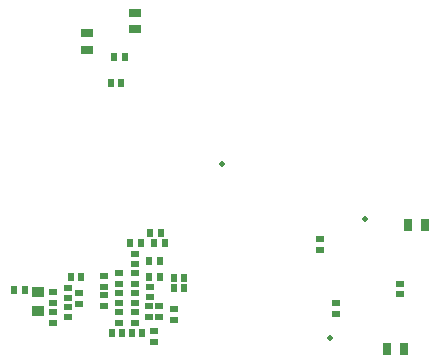
<source format=gbs>
G04 Layer_Color=16711935*
%FSLAX43Y43*%
%MOMM*%
G71*
G01*
G75*
%ADD40R,0.660X0.610*%
%ADD42R,0.610X0.660*%
%ADD43R,0.740X0.990*%
%ADD45R,0.990X0.740*%
%ADD47R,0.800X0.610*%
%ADD48R,0.610X0.800*%
%ADD52C,0.500*%
%ADD53R,1.050X0.900*%
D40*
X25250Y66425D02*
D03*
Y65525D02*
D03*
X26125Y67550D02*
D03*
Y66650D02*
D03*
X32100Y66475D02*
D03*
Y65575D02*
D03*
X29550Y69250D02*
D03*
Y68350D02*
D03*
X28250Y69025D02*
D03*
Y68125D02*
D03*
X30875Y65950D02*
D03*
Y65050D02*
D03*
X28250Y67375D02*
D03*
Y66475D02*
D03*
X34175Y65325D02*
D03*
Y66225D02*
D03*
X29550Y66700D02*
D03*
Y67600D02*
D03*
X30875Y69250D02*
D03*
Y68350D02*
D03*
X30900Y70000D02*
D03*
Y70900D02*
D03*
X32125Y68125D02*
D03*
Y67225D02*
D03*
X30875Y67600D02*
D03*
Y66700D02*
D03*
X29550Y65950D02*
D03*
Y65050D02*
D03*
X32950Y66475D02*
D03*
Y65575D02*
D03*
X25250Y68025D02*
D03*
Y67125D02*
D03*
X32475Y64375D02*
D03*
Y63475D02*
D03*
X47900Y66700D02*
D03*
Y65800D02*
D03*
X46575Y71225D02*
D03*
Y72125D02*
D03*
D42*
X32075Y68950D02*
D03*
X32975D02*
D03*
X30000Y87550D02*
D03*
X29100D02*
D03*
X28825Y85350D02*
D03*
X29725D02*
D03*
X28900Y64175D02*
D03*
X29800D02*
D03*
X32975Y70325D02*
D03*
X32075D02*
D03*
X34150Y68025D02*
D03*
X35050D02*
D03*
X34150Y68875D02*
D03*
X35050D02*
D03*
X26350Y68950D02*
D03*
X25450D02*
D03*
X31500Y64175D02*
D03*
X30600D02*
D03*
X32150Y72700D02*
D03*
X33050D02*
D03*
X31400Y71850D02*
D03*
X30500D02*
D03*
D43*
X52250Y62800D02*
D03*
X53650D02*
D03*
X54030Y73335D02*
D03*
X55430D02*
D03*
D45*
X26800Y89575D02*
D03*
Y88175D02*
D03*
X30925Y89900D02*
D03*
Y91300D02*
D03*
D47*
X23925Y66725D02*
D03*
Y67625D02*
D03*
Y65950D02*
D03*
Y65050D02*
D03*
X53300Y67475D02*
D03*
Y68375D02*
D03*
D48*
X20650Y67875D02*
D03*
X21550D02*
D03*
X33400Y71800D02*
D03*
X32500D02*
D03*
D52*
X38275Y78500D02*
D03*
X47425Y63775D02*
D03*
X50375Y73850D02*
D03*
D53*
X22700Y66050D02*
D03*
Y67650D02*
D03*
M02*

</source>
